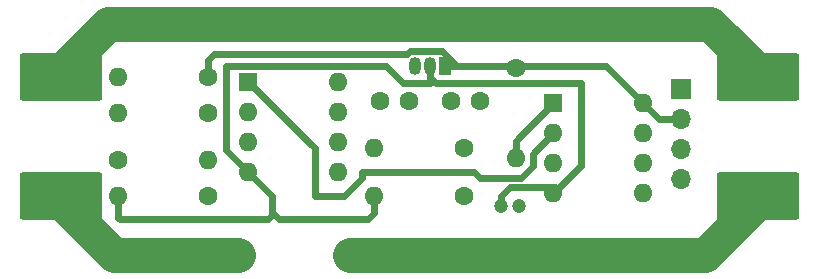
<source format=gbr>
%TF.GenerationSoftware,KiCad,Pcbnew,8.0.1-rc1*%
%TF.CreationDate,2025-05-01T22:02:35-04:00*%
%TF.ProjectId,bhm,62686d2e-6b69-4636-9164-5f7063625858,rev?*%
%TF.SameCoordinates,Original*%
%TF.FileFunction,Copper,L2,Bot*%
%TF.FilePolarity,Positive*%
%FSLAX46Y46*%
G04 Gerber Fmt 4.6, Leading zero omitted, Abs format (unit mm)*
G04 Created by KiCad (PCBNEW 8.0.1-rc1) date 2025-05-01 22:02:35*
%MOMM*%
%LPD*%
G01*
G04 APERTURE LIST*
G04 Aperture macros list*
%AMRoundRect*
0 Rectangle with rounded corners*
0 $1 Rounding radius*
0 $2 $3 $4 $5 $6 $7 $8 $9 X,Y pos of 4 corners*
0 Add a 4 corners polygon primitive as box body*
4,1,4,$2,$3,$4,$5,$6,$7,$8,$9,$2,$3,0*
0 Add four circle primitives for the rounded corners*
1,1,$1+$1,$2,$3*
1,1,$1+$1,$4,$5*
1,1,$1+$1,$6,$7*
1,1,$1+$1,$8,$9*
0 Add four rect primitives between the rounded corners*
20,1,$1+$1,$2,$3,$4,$5,0*
20,1,$1+$1,$4,$5,$6,$7,0*
20,1,$1+$1,$6,$7,$8,$9,0*
20,1,$1+$1,$8,$9,$2,$3,0*%
G04 Aperture macros list end*
%TA.AperFunction,ComponentPad*%
%ADD10RoundRect,0.250000X-3.250000X-1.750000X3.250000X-1.750000X3.250000X1.750000X-3.250000X1.750000X0*%
%TD*%
%TA.AperFunction,ComponentPad*%
%ADD11C,1.600000*%
%TD*%
%TA.AperFunction,ComponentPad*%
%ADD12O,1.600000X1.600000*%
%TD*%
%TA.AperFunction,ComponentPad*%
%ADD13R,1.700000X1.700000*%
%TD*%
%TA.AperFunction,ComponentPad*%
%ADD14O,1.700000X1.700000*%
%TD*%
%TA.AperFunction,ComponentPad*%
%ADD15R,1.050000X1.500000*%
%TD*%
%TA.AperFunction,ComponentPad*%
%ADD16O,1.050000X1.500000*%
%TD*%
%TA.AperFunction,ComponentPad*%
%ADD17R,1.600000X1.600000*%
%TD*%
%TA.AperFunction,ComponentPad*%
%ADD18C,1.200000*%
%TD*%
%TA.AperFunction,ViaPad*%
%ADD19C,0.600000*%
%TD*%
%TA.AperFunction,Conductor*%
%ADD20C,3.000000*%
%TD*%
%TA.AperFunction,Conductor*%
%ADD21C,0.600000*%
%TD*%
G04 APERTURE END LIST*
D10*
%TO.P,PosBatt1,1,Pin_1*%
%TO.N,+8.4V*%
X197000000Y-122000000D03*
%TD*%
%TO.P,NegDevice1,1,Pin_1*%
%TO.N,Net-(NegDevice1-Pin_1)*%
X256000000Y-132000000D03*
%TD*%
D11*
%TO.P,R2,1*%
%TO.N,Net-(U2-XTAL1{slash}PB3)*%
X209500000Y-125000000D03*
D12*
%TO.P,R2,2*%
%TO.N,Net-(U1A--)*%
X201880000Y-125000000D03*
%TD*%
D13*
%TO.P,J1,1,Pin_1*%
%TO.N,GND*%
X249500000Y-123000000D03*
D14*
%TO.P,J1,2,Pin_2*%
%TO.N,/5v*%
X249500000Y-125540000D03*
%TO.P,J1,3,Pin_3*%
%TO.N,Net-(J1-Pin_3)*%
X249500000Y-128080000D03*
%TO.P,J1,4,Pin_4*%
%TO.N,Net-(J1-Pin_4)*%
X249500000Y-130620000D03*
%TD*%
D15*
%TO.P,U3,1,VO*%
%TO.N,/5v*%
X229500000Y-121000000D03*
D16*
%TO.P,U3,2,GND*%
%TO.N,GND*%
X228230000Y-121000000D03*
%TO.P,U3,3,VI*%
%TO.N,+8.4V*%
X226960000Y-121000000D03*
%TD*%
D11*
%TO.P,R3,1*%
%TO.N,/5v*%
X209500000Y-122000000D03*
D12*
%TO.P,R3,2*%
%TO.N,Net-(U1A--)*%
X201880000Y-122000000D03*
%TD*%
D11*
%TO.P,R5,1*%
%TO.N,+8.4V*%
X201880000Y-129000000D03*
D12*
%TO.P,R5,2*%
%TO.N,Net-(U1A-+)*%
X209500000Y-129000000D03*
%TD*%
D10*
%TO.P,PosDevice1,1,Pin_1*%
%TO.N,+8.4V*%
X256000000Y-122000000D03*
%TD*%
D11*
%TO.P,R6,1*%
%TO.N,Net-(U1B--)*%
X231120000Y-132000000D03*
D12*
%TO.P,R6,2*%
%TO.N,GND*%
X223500000Y-132000000D03*
%TD*%
D11*
%TO.P,C2,1*%
%TO.N,/5v*%
X232500000Y-124000000D03*
%TO.P,C2,2*%
%TO.N,GND*%
X230000000Y-124000000D03*
%TD*%
%TO.P,R1,1*%
%TO.N,/5v*%
X235500000Y-121190000D03*
D12*
%TO.P,R1,2*%
%TO.N,Net-(U2-~{RESET}{slash}PB5)*%
X235500000Y-128810000D03*
%TD*%
D17*
%TO.P,U2,1,~{RESET}/PB5*%
%TO.N,Net-(U2-~{RESET}{slash}PB5)*%
X238700000Y-124200000D03*
D12*
%TO.P,U2,2,XTAL1/PB3*%
%TO.N,Net-(U2-XTAL1{slash}PB3)*%
X238700000Y-126740000D03*
%TO.P,U2,3,XTAL2/PB4*%
%TO.N,Net-(U2-XTAL2{slash}PB4)*%
X238700000Y-129280000D03*
%TO.P,U2,4,GND*%
%TO.N,GND*%
X238700000Y-131820000D03*
%TO.P,U2,5,AREF/PB0*%
%TO.N,Net-(J1-Pin_4)*%
X246320000Y-131820000D03*
%TO.P,U2,6,PB1*%
%TO.N,unconnected-(U2-PB1-Pad6)*%
X246320000Y-129280000D03*
%TO.P,U2,7,PB2*%
%TO.N,Net-(J1-Pin_3)*%
X246320000Y-126740000D03*
%TO.P,U2,8,VCC*%
%TO.N,/5v*%
X246320000Y-124200000D03*
%TD*%
D17*
%TO.P,U1,1*%
%TO.N,Net-(U2-XTAL1{slash}PB3)*%
X212880000Y-122380000D03*
D12*
%TO.P,U1,2,-*%
%TO.N,Net-(U1A--)*%
X212880000Y-124920000D03*
%TO.P,U1,3,+*%
%TO.N,Net-(U1A-+)*%
X212880000Y-127460000D03*
%TO.P,U1,4,V-*%
%TO.N,GND*%
X212880000Y-130000000D03*
%TO.P,U1,5,+*%
%TO.N,Net-(NegDevice1-Pin_1)*%
X220500000Y-130000000D03*
%TO.P,U1,6,-*%
%TO.N,Net-(U1B--)*%
X220500000Y-127460000D03*
%TO.P,U1,7*%
%TO.N,Net-(U2-XTAL2{slash}PB4)*%
X220500000Y-124920000D03*
%TO.P,U1,8,V+*%
%TO.N,+8.4V*%
X220500000Y-122380000D03*
%TD*%
D11*
%TO.P,C1,1*%
%TO.N,+8.4V*%
X224000000Y-124000000D03*
%TO.P,C1,2*%
%TO.N,GND*%
X226500000Y-124000000D03*
%TD*%
%TO.P,R7,1*%
%TO.N,Net-(U2-XTAL2{slash}PB4)*%
X231120000Y-128000000D03*
D12*
%TO.P,R7,2*%
%TO.N,Net-(U1B--)*%
X223500000Y-128000000D03*
%TD*%
D11*
%TO.P,R4,1*%
%TO.N,Net-(U1A-+)*%
X209500000Y-132000000D03*
D12*
%TO.P,R4,2*%
%TO.N,GND*%
X201880000Y-132000000D03*
%TD*%
D10*
%TO.P,NegBatt1,1,Pin_1*%
%TO.N,GND*%
X197000000Y-132000000D03*
%TD*%
D18*
%TO.P,C3,1*%
%TO.N,/5v*%
X235750000Y-132900000D03*
%TO.P,C3,2*%
%TO.N,GND*%
X234250000Y-132900000D03*
%TD*%
D19*
%TO.N,+8.4V*%
X253500000Y-119500000D03*
X255000000Y-119500000D03*
X200000000Y-117500000D03*
X253000000Y-117500000D03*
X199000000Y-118500000D03*
X199500000Y-119500000D03*
X198000000Y-119500000D03*
X254000000Y-118500000D03*
X252500000Y-118500000D03*
X200500000Y-118500000D03*
%TO.N,GND*%
X211500000Y-136500000D03*
X209500000Y-136500000D03*
X210500000Y-136500000D03*
X199000000Y-135500000D03*
X211500000Y-137500000D03*
X200000000Y-136500000D03*
X209500000Y-137500000D03*
X198000000Y-134500000D03*
X199500000Y-134500000D03*
X210500000Y-137500000D03*
X200500000Y-135500000D03*
%TO.N,Net-(NegDevice1-Pin_1)*%
X222500000Y-137500000D03*
X253500000Y-134500000D03*
X255000000Y-134500000D03*
X223500000Y-137500000D03*
X253000000Y-136500000D03*
X221500000Y-136500000D03*
X252500000Y-135500000D03*
X221500000Y-137500000D03*
X254000000Y-135500000D03*
X222500000Y-136500000D03*
X223500000Y-136500000D03*
%TD*%
D20*
%TO.N,+8.4V*%
X252000000Y-117500000D02*
X256500000Y-122000000D01*
X201000000Y-117500000D02*
X252000000Y-117500000D01*
X196500000Y-122000000D02*
X201000000Y-117500000D01*
D21*
%TO.N,GND*%
X238700000Y-131820000D02*
X238180000Y-131300000D01*
X241000000Y-129520000D02*
X238700000Y-131820000D01*
X202000000Y-134000000D02*
X201880000Y-133880000D01*
X235000000Y-131300000D02*
X234250000Y-132050000D01*
X214880000Y-133500000D02*
X214880000Y-133620000D01*
X201880000Y-133880000D02*
X201880000Y-132000000D01*
X211000000Y-121000000D02*
X211000000Y-128120000D01*
X214880000Y-133620000D02*
X214500000Y-134000000D01*
X214880000Y-133500000D02*
X215000000Y-133500000D01*
X215500000Y-134000000D02*
X223000000Y-134000000D01*
X249000000Y-122500000D02*
X249500000Y-123000000D01*
X228230000Y-122005000D02*
X228230000Y-122500000D01*
D20*
X196500000Y-132000000D02*
X201500000Y-137000000D01*
D21*
X241000000Y-122500000D02*
X241000000Y-129520000D01*
X214880000Y-132000000D02*
X214880000Y-133500000D01*
X214880000Y-132000000D02*
X212880000Y-130000000D01*
X211000000Y-128120000D02*
X212880000Y-130000000D01*
X228725000Y-122500000D02*
X241000000Y-122500000D01*
X228230000Y-122500000D02*
X226000000Y-122500000D01*
X214500000Y-134000000D02*
X202000000Y-134000000D01*
X228230000Y-122005000D02*
X228725000Y-122500000D01*
X226000000Y-122500000D02*
X224500000Y-121000000D01*
X223000000Y-134000000D02*
X223500000Y-133500000D01*
X223500000Y-133500000D02*
X223500000Y-132000000D01*
X224500000Y-121000000D02*
X211000000Y-121000000D01*
X234250000Y-132050000D02*
X234250000Y-132900000D01*
D20*
X201500000Y-137000000D02*
X212000000Y-137000000D01*
D21*
X238180000Y-131300000D02*
X235000000Y-131300000D01*
X215000000Y-133500000D02*
X215500000Y-134000000D01*
X228230000Y-121000000D02*
X228230000Y-122005000D01*
%TO.N,Net-(U2-~{RESET}{slash}PB5)*%
X235500000Y-127400000D02*
X235500000Y-128810000D01*
X238700000Y-124200000D02*
X235500000Y-127400000D01*
%TO.N,Net-(U2-XTAL1{slash}PB3)*%
X238700000Y-126740000D02*
X237000000Y-128440000D01*
X222500000Y-130000000D02*
X222500000Y-130500000D01*
X236000000Y-130500000D02*
X232500000Y-130500000D01*
X237000000Y-129500000D02*
X236000000Y-130500000D01*
X237000000Y-128440000D02*
X237000000Y-129500000D01*
X232500000Y-130500000D02*
X232000000Y-130000000D01*
X218500000Y-128000000D02*
X212880000Y-122380000D01*
X232000000Y-130000000D02*
X222500000Y-130000000D01*
X222500000Y-130500000D02*
X221000000Y-132000000D01*
X218500000Y-132000000D02*
X218500000Y-128000000D01*
X221000000Y-132000000D02*
X218500000Y-132000000D01*
D20*
%TO.N,Net-(NegDevice1-Pin_1)*%
X251500000Y-137000000D02*
X221500000Y-137000000D01*
X256500000Y-132000000D02*
X251500000Y-137000000D01*
D21*
%TO.N,/5v*%
X230500000Y-121000000D02*
X229250000Y-119750000D01*
X235310000Y-121000000D02*
X235500000Y-121190000D01*
X210000000Y-120000000D02*
X209500000Y-120500000D01*
X226285431Y-120000000D02*
X210000000Y-120000000D01*
X247620000Y-125500000D02*
X249460000Y-125500000D01*
X229250000Y-119750000D02*
X226535431Y-119750000D01*
X230500000Y-121000000D02*
X233500000Y-121000000D01*
X229500000Y-121000000D02*
X230500000Y-121000000D01*
X246320000Y-124200000D02*
X247620000Y-125500000D01*
X234500000Y-121000000D02*
X235310000Y-121000000D01*
X234500000Y-121000000D02*
X243120000Y-121000000D01*
X209500000Y-120500000D02*
X209500000Y-122000000D01*
X233500000Y-121000000D02*
X234500000Y-121000000D01*
X249460000Y-125500000D02*
X249500000Y-125540000D01*
X243120000Y-121000000D02*
X246320000Y-124200000D01*
X226535431Y-119750000D02*
X226285431Y-120000000D01*
%TD*%
M02*

</source>
